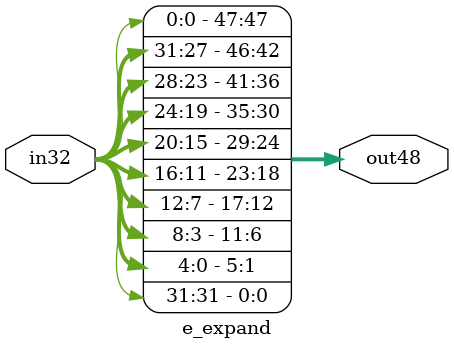
<source format=v>
module e_expand (
    input  [31:0] in32,     // R_i
    output [47:0] out48     // E(R_i)
);
    assign out48 = {
        in32[0], in32[31],  in32[30],  in32[29],  in32[28],  in32[27],
        in32[28],  in32[27],  in32[26],  in32[25],  in32[24],  in32[23],
        in32[24],  in32[23],  in32[22],  in32[21], in32[20], in32[19],
        in32[20], in32[19], in32[18], in32[17], in32[16], in32[15],
        in32[16], in32[15], in32[14], in32[13], in32[12], in32[11],
        in32[12], in32[11], in32[10], in32[9], in32[8], in32[7],
        in32[8], in32[7], in32[6], in32[5], in32[4], in32[3],
        in32[4], in32[3], in32[2], in32[1], in32[0], in32[31]
    };
endmodule

</source>
